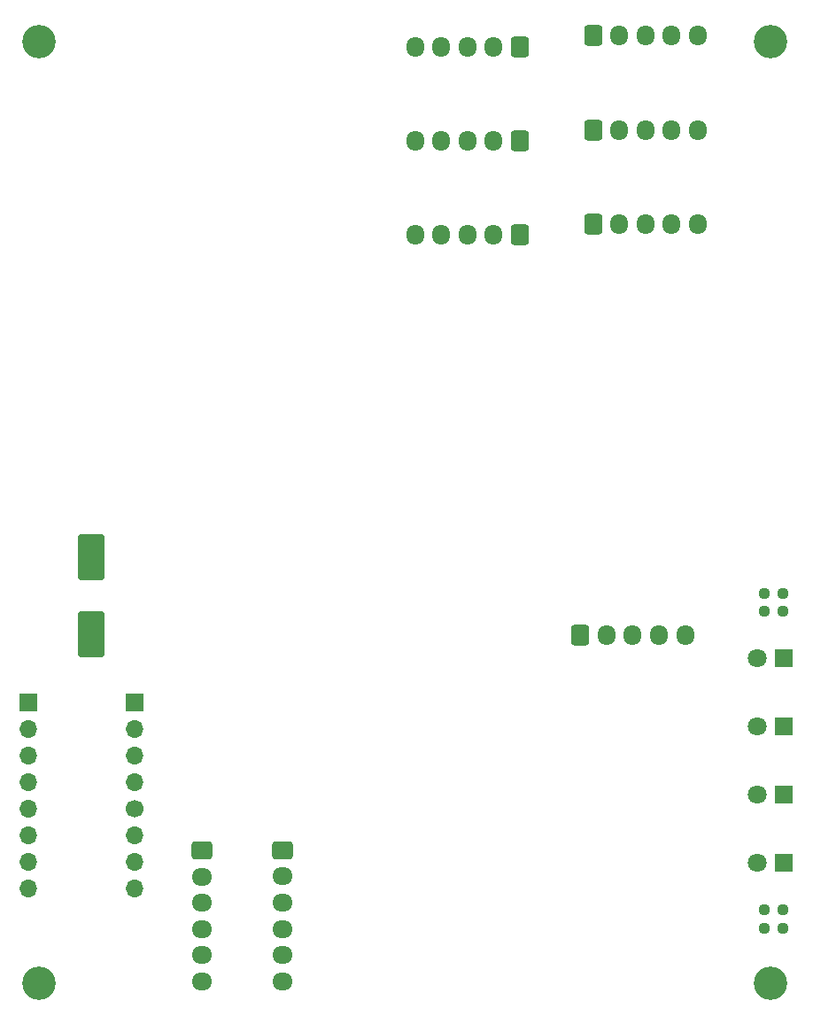
<source format=gts>
%TF.GenerationSoftware,KiCad,Pcbnew,(6.0.8)*%
%TF.CreationDate,2023-12-15T22:11:56-05:00*%
%TF.ProjectId,main_pcb,6d61696e-5f70-4636-922e-6b696361645f,rev?*%
%TF.SameCoordinates,Original*%
%TF.FileFunction,Soldermask,Top*%
%TF.FilePolarity,Negative*%
%FSLAX46Y46*%
G04 Gerber Fmt 4.6, Leading zero omitted, Abs format (unit mm)*
G04 Created by KiCad (PCBNEW (6.0.8)) date 2023-12-15 22:11:56*
%MOMM*%
%LPD*%
G01*
G04 APERTURE LIST*
G04 Aperture macros list*
%AMRoundRect*
0 Rectangle with rounded corners*
0 $1 Rounding radius*
0 $2 $3 $4 $5 $6 $7 $8 $9 X,Y pos of 4 corners*
0 Add a 4 corners polygon primitive as box body*
4,1,4,$2,$3,$4,$5,$6,$7,$8,$9,$2,$3,0*
0 Add four circle primitives for the rounded corners*
1,1,$1+$1,$2,$3*
1,1,$1+$1,$4,$5*
1,1,$1+$1,$6,$7*
1,1,$1+$1,$8,$9*
0 Add four rect primitives between the rounded corners*
20,1,$1+$1,$2,$3,$4,$5,0*
20,1,$1+$1,$4,$5,$6,$7,0*
20,1,$1+$1,$6,$7,$8,$9,0*
20,1,$1+$1,$8,$9,$2,$3,0*%
G04 Aperture macros list end*
%ADD10RoundRect,0.237500X-0.250000X-0.237500X0.250000X-0.237500X0.250000X0.237500X-0.250000X0.237500X0*%
%ADD11C,3.200000*%
%ADD12R,1.800000X1.800000*%
%ADD13C,1.800000*%
%ADD14RoundRect,0.250000X-0.600000X-0.725000X0.600000X-0.725000X0.600000X0.725000X-0.600000X0.725000X0*%
%ADD15O,1.700000X1.950000*%
%ADD16R,1.700000X1.700000*%
%ADD17O,1.700000X1.700000*%
%ADD18C,1.700000*%
%ADD19RoundRect,0.250000X0.600000X0.725000X-0.600000X0.725000X-0.600000X-0.725000X0.600000X-0.725000X0*%
%ADD20RoundRect,0.250000X-0.725000X0.600000X-0.725000X-0.600000X0.725000X-0.600000X0.725000X0.600000X0*%
%ADD21O,1.950000X1.700000*%
%ADD22RoundRect,0.250000X1.000000X-1.950000X1.000000X1.950000X-1.000000X1.950000X-1.000000X-1.950000X0*%
G04 APERTURE END LIST*
D10*
%TO.C,R20*%
X124337500Y-107750000D03*
X126162500Y-107750000D03*
%TD*%
D11*
%TO.C,H2*%
X125000000Y-55000000D03*
%TD*%
%TO.C,H4*%
X125000000Y-145000000D03*
%TD*%
D12*
%TO.C,D8*%
X126275000Y-114000000D03*
D13*
X123735000Y-114000000D03*
%TD*%
D14*
%TO.C,J3*%
X108000000Y-72475000D03*
D15*
X110500000Y-72475000D03*
X113000000Y-72475000D03*
X115500000Y-72475000D03*
X118000000Y-72475000D03*
%TD*%
D14*
%TO.C,J1*%
X108000000Y-54475000D03*
D15*
X110500000Y-54475000D03*
X113000000Y-54475000D03*
X115500000Y-54475000D03*
X118000000Y-54475000D03*
%TD*%
D12*
%TO.C,D5*%
X126250000Y-133500000D03*
D13*
X123710000Y-133500000D03*
%TD*%
D16*
%TO.C,U3*%
X54009000Y-118157000D03*
D17*
X54009000Y-120697000D03*
X54009000Y-123237000D03*
X54009000Y-125777000D03*
X54009000Y-128317000D03*
X54009000Y-130857000D03*
X54009000Y-133397000D03*
X54009000Y-135937000D03*
X64169000Y-135937000D03*
X64169000Y-133397000D03*
X64169000Y-130857000D03*
D18*
X64169000Y-128317000D03*
D17*
X64169000Y-125777000D03*
X64169000Y-123237000D03*
X64169000Y-120697000D03*
D16*
X64169000Y-118157000D03*
%TD*%
D12*
%TO.C,D7*%
X126275000Y-120500000D03*
D13*
X123735000Y-120500000D03*
%TD*%
D10*
%TO.C,R18*%
X124337500Y-138000000D03*
X126162500Y-138000000D03*
%TD*%
%TO.C,R21*%
X124337500Y-109500000D03*
X126162500Y-109500000D03*
%TD*%
D19*
%TO.C,J4*%
X101000000Y-73525000D03*
D15*
X98500000Y-73525000D03*
X96000000Y-73525000D03*
X93500000Y-73525000D03*
X91000000Y-73525000D03*
%TD*%
D20*
%TO.C,J10*%
X70612000Y-132334000D03*
D21*
X70612000Y-134834000D03*
X70612000Y-137334000D03*
X70612000Y-139834000D03*
X70612000Y-142334000D03*
X70612000Y-144834000D03*
%TD*%
D19*
%TO.C,J5*%
X101000000Y-64525000D03*
D15*
X98500000Y-64525000D03*
X96000000Y-64525000D03*
X93500000Y-64525000D03*
X91000000Y-64525000D03*
%TD*%
D19*
%TO.C,J6*%
X101000000Y-55525000D03*
D15*
X98500000Y-55525000D03*
X96000000Y-55525000D03*
X93500000Y-55525000D03*
X91000000Y-55525000D03*
%TD*%
D14*
%TO.C,J7*%
X106800000Y-111760000D03*
D15*
X109300000Y-111760000D03*
X111800000Y-111760000D03*
X114300000Y-111760000D03*
X116800000Y-111760000D03*
%TD*%
D11*
%TO.C,H1*%
X55000000Y-145000000D03*
%TD*%
D12*
%TO.C,D6*%
X126275000Y-127000000D03*
D13*
X123735000Y-127000000D03*
%TD*%
D14*
%TO.C,J2*%
X108000000Y-63475000D03*
D15*
X110500000Y-63475000D03*
X113000000Y-63475000D03*
X115500000Y-63475000D03*
X118000000Y-63475000D03*
%TD*%
D22*
%TO.C,C12*%
X60000000Y-111700000D03*
X60000000Y-104300000D03*
%TD*%
D10*
%TO.C,R19*%
X124337500Y-139750000D03*
X126162500Y-139750000D03*
%TD*%
D11*
%TO.C,H3*%
X55000000Y-55000000D03*
%TD*%
D20*
%TO.C,J8*%
X78299800Y-132332400D03*
D21*
X78299800Y-134832400D03*
X78299800Y-137332400D03*
X78299800Y-139832400D03*
X78299800Y-142332400D03*
X78299800Y-144832400D03*
%TD*%
M02*

</source>
